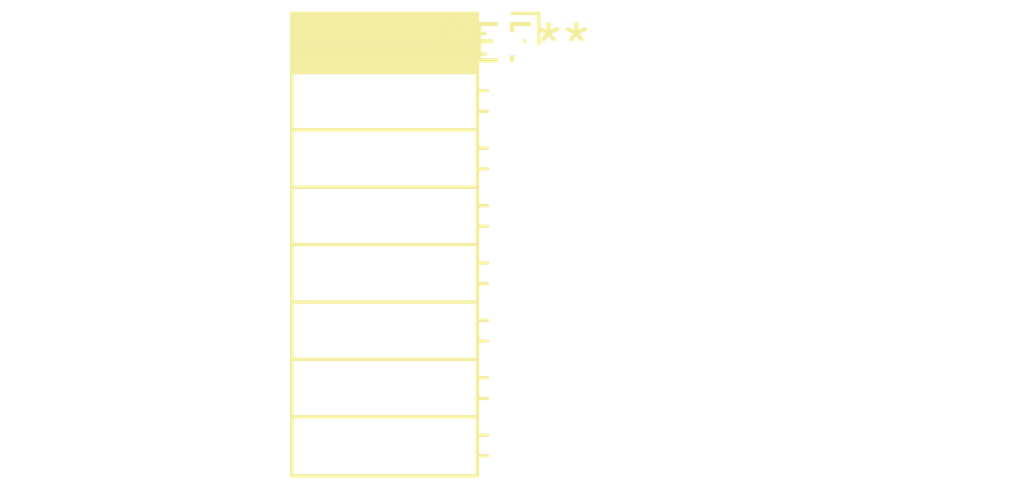
<source format=kicad_pcb>
(kicad_pcb (version 20240108) (generator pcbnew)
  (layers (0 "F.Cu" signal) (31 "B.Cu" signal) (34 "B.Paste" user) (35 "F.Paste" user) (36 "B.SilkS" user "B.Silkscreen") (37 "F.SilkS" user "F.Silkscreen") (38 "B.Mask" user) (39 "F.Mask" user) (44 "Edge.Cuts" user))
  (net 0 "")
  (footprint "PinSocket_1x08_P2.00mm_Horizontal" (layer "F.Cu") (at 0 0)
    (property "Reference" "REF**")
    (property "Value" "PinSocket_1x08_P2.00mm_Horizontal")
    (fp_line (start -7.68 -1.06) (end -7.68 15.06) (layer "F.SilkS") (stroke (width 0.12)))
    (fp_line (start -7.68 -1.06) (end -1.21 -1.06) (layer "F.SilkS") (stroke (width 0.12)))
    (fp_line (start -7.68 -0.94) (end -1.21 -0.94) (layer "F.SilkS") (stroke (width 0.12)))
    (fp_line (start -7.68 -0.825882) (end -1.21 -0.825882) (layer "F.SilkS") (stroke (width 0.12)))
    (fp_line (start -7.68 -0.711764) (end -1.21 -0.711764) (layer "F.SilkS") (stroke (width 0.12)))
    (fp_line (start -7.68 -0.597646) (end -1.21 -0.597646) (layer "F.SilkS") (stroke (width 0.12)))
    (fp_line (start -7.68 -0.483528) (end -1.21 -0.483528) (layer "F.SilkS") (stroke (width 0.12)))
    (fp_line (start -7.68 -0.36941) (end -1.21 -0.36941) (layer "F.SilkS") (stroke (width 0.12)))
    (fp_line (start -7.68 -0.255292) (end -1.21 -0.255292) (layer "F.SilkS") (stroke (width 0.12)))
    (fp_line (start -7.68 -0.141174) (end -1.21 -0.141174) (layer "F.SilkS") (stroke (width 0.12)))
    (fp_line (start -7.68 -0.027056) (end -1.21 -0.027056) (layer "F.SilkS") (stroke (width 0.12)))
    (fp_line (start -7.68 0.087062) (end -1.21 0.087062) (layer "F.SilkS") (stroke (width 0.12)))
    (fp_line (start -7.68 0.20118) (end -1.21 0.20118) (layer "F.SilkS") (stroke (width 0.12)))
    (fp_line (start -7.68 0.315298) (end -1.21 0.315298) (layer "F.SilkS") (stroke (width 0.12)))
    (fp_line (start -7.68 0.429416) (end -1.21 0.429416) (layer "F.SilkS") (stroke (width 0.12)))
    (fp_line (start -7.68 0.543534) (end -1.21 0.543534) (layer "F.SilkS") (stroke (width 0.12)))
    (fp_line (start -7.68 0.657652) (end -1.21 0.657652) (layer "F.SilkS") (stroke (width 0.12)))
    (fp_line (start -7.68 0.77177) (end -1.21 0.77177) (layer "F.SilkS") (stroke (width 0.12)))
    (fp_line (start -7.68 0.885888) (end -1.21 0.885888) (layer "F.SilkS") (stroke (width 0.12)))
    (fp_line (start -7.68 1) (end -1.21 1) (layer "F.SilkS") (stroke (width 0.12)))
    (fp_line (start -7.68 3) (end -1.21 3) (layer "F.SilkS") (stroke (width 0.12)))
    (fp_line (start -7.68 5) (end -1.21 5) (layer "F.SilkS") (stroke (width 0.12)))
    (fp_line (start -7.68 7) (end -1.21 7) (layer "F.SilkS") (stroke (width 0.12)))
    (fp_line (start -7.68 9) (end -1.21 9) (layer "F.SilkS") (stroke (width 0.12)))
    (fp_line (start -7.68 11) (end -1.21 11) (layer "F.SilkS") (stroke (width 0.12)))
    (fp_line (start -7.68 13) (end -1.21 13) (layer "F.SilkS") (stroke (width 0.12)))
    (fp_line (start -7.68 15.06) (end -1.21 15.06) (layer "F.SilkS") (stroke (width 0.12)))
    (fp_line (start -1.21 -1.06) (end -1.21 15.06) (layer "F.SilkS") (stroke (width 0.12)))
    (fp_line (start -1.21 -0.36) (end -0.935 -0.36) (layer "F.SilkS") (stroke (width 0.12)))
    (fp_line (start -1.21 0.36) (end -0.935 0.36) (layer "F.SilkS") (stroke (width 0.12)))
    (fp_line (start -1.21 1.64) (end -0.862917 1.64) (layer "F.SilkS") (stroke (width 0.12)))
    (fp_line (start -1.21 2.36) (end -0.862917 2.36) (layer "F.SilkS") (stroke (width 0.12)))
    (fp_line (start -1.21 3.64) (end -0.862917 3.64) (layer "F.SilkS") (stroke (width 0.12)))
    (fp_line (start -1.21 4.36) (end -0.862917 4.36) (layer "F.SilkS") (stroke (width 0.12)))
    (fp_line (start -1.21 5.64) (end -0.862917 5.64) (layer "F.SilkS") (stroke (width 0.12)))
    (fp_line (start -1.21 6.36) (end -0.862917 6.36) (layer "F.SilkS") (stroke (width 0.12)))
    (fp_line (start -1.21 7.64) (end -0.862917 7.64) (layer "F.SilkS") (stroke (width 0.12)))
    (fp_line (start -1.21 8.36) (end -0.862917 8.36) (layer "F.SilkS") (stroke (width 0.12)))
    (fp_line (start -1.21 9.64) (end -0.862917 9.64) (layer "F.SilkS") (stroke (width 0.12)))
    (fp_line (start -1.21 10.36) (end -0.862917 10.36) (layer "F.SilkS") (stroke (width 0.12)))
    (fp_line (start -1.21 11.64) (end -0.862917 11.64) (layer "F.SilkS") (stroke (width 0.12)))
    (fp_line (start -1.21 12.36) (end -0.862917 12.36) (layer "F.SilkS") (stroke (width 0.12)))
    (fp_line (start -1.21 13.64) (end -0.862917 13.64) (layer "F.SilkS") (stroke (width 0.12)))
    (fp_line (start -1.21 14.36) (end -0.862917 14.36) (layer "F.SilkS") (stroke (width 0.12)))
    (fp_line (start 0 -1.06) (end 0.935 -1.06) (layer "F.SilkS") (stroke (width 0.12)))
    (fp_line (start 0.935 -1.06) (end 0.935 0) (layer "F.SilkS") (stroke (width 0.12)))
    (pad "1" thru_hole rect (at 0 0) (size 1.35 1.35) (drill 0.8) (layers *.Cu *.Mask) (remove_unused_layers))
    (pad "2" thru_hole oval (at 0 2) (size 1.35 1.35) (drill 0.8) (layers *.Cu *.Mask) (remove_unused_layers))
    (pad "3" thru_hole oval (at 0 4) (size 1.35 1.35) (drill 0.8) (layers *.Cu *.Mask) (remove_unused_layers))
    (pad "4" thru_hole oval (at 0 6) (size 1.35 1.35) (drill 0.8) (layers *.Cu *.Mask) (remove_unused_layers))
    (pad "5" thru_hole oval (at 0 8) (size 1.35 1.35) (drill 0.8) (layers *.Cu *.Mask) (remove_unused_layers))
    (pad "6" thru_hole oval (at 0 10) (size 1.35 1.35) (drill 0.8) (layers *.Cu *.Mask) (remove_unused_layers))
    (pad "7" thru_hole oval (at 0 12) (size 1.35 1.35) (drill 0.8) (layers *.Cu *.Mask) (remove_unused_layers))
    (pad "8" thru_hole oval (at 0 14) (size 1.35 1.35) (drill 0.8) (layers *.Cu *.Mask) (remove_unused_layers))
  )
)
</source>
